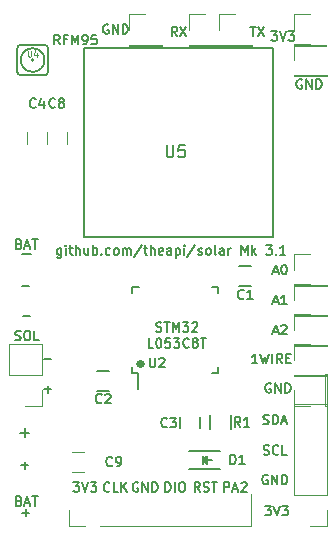
<source format=gto>
G04 #@! TF.FileFunction,Legend,Top*
%FSLAX46Y46*%
G04 Gerber Fmt 4.6, Leading zero omitted, Abs format (unit mm)*
G04 Created by KiCad (PCBNEW 4.0.6) date Monday, 07 August 2017 'PMt' 13:26:33*
%MOMM*%
%LPD*%
G01*
G04 APERTURE LIST*
%ADD10C,0.101600*%
%ADD11C,0.150000*%
%ADD12C,0.500000*%
%ADD13C,0.120000*%
%ADD14C,0.100000*%
G04 APERTURE END LIST*
D10*
D11*
X136920238Y-94207143D02*
X137529762Y-94207143D01*
X137225000Y-94511905D02*
X137225000Y-93902381D01*
X157690477Y-91025000D02*
X157614286Y-90986905D01*
X157500001Y-90986905D01*
X157385715Y-91025000D01*
X157309524Y-91101190D01*
X157271429Y-91177381D01*
X157233334Y-91329762D01*
X157233334Y-91444048D01*
X157271429Y-91596429D01*
X157309524Y-91672619D01*
X157385715Y-91748810D01*
X157500001Y-91786905D01*
X157576191Y-91786905D01*
X157690477Y-91748810D01*
X157728572Y-91710714D01*
X157728572Y-91444048D01*
X157576191Y-91444048D01*
X158071429Y-91786905D02*
X158071429Y-90986905D01*
X158528572Y-91786905D01*
X158528572Y-90986905D01*
X158909524Y-91786905D02*
X158909524Y-90986905D01*
X159100000Y-90986905D01*
X159214286Y-91025000D01*
X159290477Y-91101190D01*
X159328572Y-91177381D01*
X159366667Y-91329762D01*
X159366667Y-91444048D01*
X159328572Y-91596429D01*
X159290477Y-91672619D01*
X159214286Y-91748810D01*
X159100000Y-91786905D01*
X158909524Y-91786905D01*
X157347619Y-89248810D02*
X157461905Y-89286905D01*
X157652381Y-89286905D01*
X157728571Y-89248810D01*
X157766667Y-89210714D01*
X157804762Y-89134524D01*
X157804762Y-89058333D01*
X157766667Y-88982143D01*
X157728571Y-88944048D01*
X157652381Y-88905952D01*
X157500000Y-88867857D01*
X157423809Y-88829762D01*
X157385714Y-88791667D01*
X157347619Y-88715476D01*
X157347619Y-88639286D01*
X157385714Y-88563095D01*
X157423809Y-88525000D01*
X157500000Y-88486905D01*
X157690476Y-88486905D01*
X157804762Y-88525000D01*
X158604762Y-89210714D02*
X158566667Y-89248810D01*
X158452381Y-89286905D01*
X158376191Y-89286905D01*
X158261905Y-89248810D01*
X158185714Y-89172619D01*
X158147619Y-89096429D01*
X158109524Y-88944048D01*
X158109524Y-88829762D01*
X158147619Y-88677381D01*
X158185714Y-88601190D01*
X158261905Y-88525000D01*
X158376191Y-88486905D01*
X158452381Y-88486905D01*
X158566667Y-88525000D01*
X158604762Y-88563095D01*
X159328572Y-89286905D02*
X158947619Y-89286905D01*
X158947619Y-88486905D01*
X157328572Y-86673810D02*
X157442858Y-86711905D01*
X157633334Y-86711905D01*
X157709524Y-86673810D01*
X157747620Y-86635714D01*
X157785715Y-86559524D01*
X157785715Y-86483333D01*
X157747620Y-86407143D01*
X157709524Y-86369048D01*
X157633334Y-86330952D01*
X157480953Y-86292857D01*
X157404762Y-86254762D01*
X157366667Y-86216667D01*
X157328572Y-86140476D01*
X157328572Y-86064286D01*
X157366667Y-85988095D01*
X157404762Y-85950000D01*
X157480953Y-85911905D01*
X157671429Y-85911905D01*
X157785715Y-85950000D01*
X158128572Y-86711905D02*
X158128572Y-85911905D01*
X158319048Y-85911905D01*
X158433334Y-85950000D01*
X158509525Y-86026190D01*
X158547620Y-86102381D01*
X158585715Y-86254762D01*
X158585715Y-86369048D01*
X158547620Y-86521429D01*
X158509525Y-86597619D01*
X158433334Y-86673810D01*
X158319048Y-86711905D01*
X158128572Y-86711905D01*
X158890477Y-86483333D02*
X159271429Y-86483333D01*
X158814286Y-86711905D02*
X159080953Y-85911905D01*
X159347620Y-86711905D01*
X158009524Y-53461905D02*
X158504762Y-53461905D01*
X158238095Y-53766667D01*
X158352381Y-53766667D01*
X158428571Y-53804762D01*
X158466667Y-53842857D01*
X158504762Y-53919048D01*
X158504762Y-54109524D01*
X158466667Y-54185714D01*
X158428571Y-54223810D01*
X158352381Y-54261905D01*
X158123809Y-54261905D01*
X158047619Y-54223810D01*
X158009524Y-54185714D01*
X158733333Y-53461905D02*
X159000000Y-54261905D01*
X159266667Y-53461905D01*
X159457143Y-53461905D02*
X159952381Y-53461905D01*
X159685714Y-53766667D01*
X159800000Y-53766667D01*
X159876190Y-53804762D01*
X159914286Y-53842857D01*
X159952381Y-53919048D01*
X159952381Y-54109524D01*
X159914286Y-54185714D01*
X159876190Y-54223810D01*
X159800000Y-54261905D01*
X159571428Y-54261905D01*
X159495238Y-54223810D01*
X159457143Y-54185714D01*
X144190477Y-52900000D02*
X144114286Y-52861905D01*
X144000001Y-52861905D01*
X143885715Y-52900000D01*
X143809524Y-52976190D01*
X143771429Y-53052381D01*
X143733334Y-53204762D01*
X143733334Y-53319048D01*
X143771429Y-53471429D01*
X143809524Y-53547619D01*
X143885715Y-53623810D01*
X144000001Y-53661905D01*
X144076191Y-53661905D01*
X144190477Y-53623810D01*
X144228572Y-53585714D01*
X144228572Y-53319048D01*
X144076191Y-53319048D01*
X144571429Y-53661905D02*
X144571429Y-52861905D01*
X145028572Y-53661905D01*
X145028572Y-52861905D01*
X145409524Y-53661905D02*
X145409524Y-52861905D01*
X145600000Y-52861905D01*
X145714286Y-52900000D01*
X145790477Y-52976190D01*
X145828572Y-53052381D01*
X145866667Y-53204762D01*
X145866667Y-53319048D01*
X145828572Y-53471429D01*
X145790477Y-53547619D01*
X145714286Y-53623810D01*
X145600000Y-53661905D01*
X145409524Y-53661905D01*
X140085714Y-54561905D02*
X139819047Y-54180952D01*
X139628571Y-54561905D02*
X139628571Y-53761905D01*
X139933333Y-53761905D01*
X140009524Y-53800000D01*
X140047619Y-53838095D01*
X140085714Y-53914286D01*
X140085714Y-54028571D01*
X140047619Y-54104762D01*
X140009524Y-54142857D01*
X139933333Y-54180952D01*
X139628571Y-54180952D01*
X140695238Y-54142857D02*
X140428571Y-54142857D01*
X140428571Y-54561905D02*
X140428571Y-53761905D01*
X140809524Y-53761905D01*
X141114285Y-54561905D02*
X141114285Y-53761905D01*
X141380952Y-54333333D01*
X141647619Y-53761905D01*
X141647619Y-54561905D01*
X142066666Y-54561905D02*
X142219047Y-54561905D01*
X142295238Y-54523810D01*
X142333333Y-54485714D01*
X142409524Y-54371429D01*
X142447619Y-54219048D01*
X142447619Y-53914286D01*
X142409524Y-53838095D01*
X142371428Y-53800000D01*
X142295238Y-53761905D01*
X142142857Y-53761905D01*
X142066666Y-53800000D01*
X142028571Y-53838095D01*
X141990476Y-53914286D01*
X141990476Y-54104762D01*
X142028571Y-54180952D01*
X142066666Y-54219048D01*
X142142857Y-54257143D01*
X142295238Y-54257143D01*
X142371428Y-54219048D01*
X142409524Y-54180952D01*
X142447619Y-54104762D01*
X143171429Y-53761905D02*
X142790476Y-53761905D01*
X142752381Y-54142857D01*
X142790476Y-54104762D01*
X142866667Y-54066667D01*
X143057143Y-54066667D01*
X143133333Y-54104762D01*
X143171429Y-54142857D01*
X143209524Y-54219048D01*
X143209524Y-54409524D01*
X143171429Y-54485714D01*
X143133333Y-54523810D01*
X143057143Y-54561905D01*
X142866667Y-54561905D01*
X142790476Y-54523810D01*
X142752381Y-54485714D01*
X156819048Y-81561905D02*
X156361905Y-81561905D01*
X156590476Y-81561905D02*
X156590476Y-80761905D01*
X156514286Y-80876190D01*
X156438095Y-80952381D01*
X156361905Y-80990476D01*
X157085715Y-80761905D02*
X157276191Y-81561905D01*
X157428572Y-80990476D01*
X157580953Y-81561905D01*
X157771429Y-80761905D01*
X158076191Y-81561905D02*
X158076191Y-80761905D01*
X158914286Y-81561905D02*
X158647619Y-81180952D01*
X158457143Y-81561905D02*
X158457143Y-80761905D01*
X158761905Y-80761905D01*
X158838096Y-80800000D01*
X158876191Y-80838095D01*
X158914286Y-80914286D01*
X158914286Y-81028571D01*
X158876191Y-81104762D01*
X158838096Y-81142857D01*
X158761905Y-81180952D01*
X158457143Y-81180952D01*
X159257143Y-81142857D02*
X159523810Y-81142857D01*
X159638096Y-81561905D02*
X159257143Y-81561905D01*
X159257143Y-80761905D01*
X159638096Y-80761905D01*
X148247619Y-78848810D02*
X148361905Y-78886905D01*
X148552381Y-78886905D01*
X148628571Y-78848810D01*
X148666667Y-78810714D01*
X148704762Y-78734524D01*
X148704762Y-78658333D01*
X148666667Y-78582143D01*
X148628571Y-78544048D01*
X148552381Y-78505952D01*
X148400000Y-78467857D01*
X148323809Y-78429762D01*
X148285714Y-78391667D01*
X148247619Y-78315476D01*
X148247619Y-78239286D01*
X148285714Y-78163095D01*
X148323809Y-78125000D01*
X148400000Y-78086905D01*
X148590476Y-78086905D01*
X148704762Y-78125000D01*
X148933333Y-78086905D02*
X149390476Y-78086905D01*
X149161905Y-78886905D02*
X149161905Y-78086905D01*
X149657143Y-78886905D02*
X149657143Y-78086905D01*
X149923810Y-78658333D01*
X150190477Y-78086905D01*
X150190477Y-78886905D01*
X150495239Y-78086905D02*
X150990477Y-78086905D01*
X150723810Y-78391667D01*
X150838096Y-78391667D01*
X150914286Y-78429762D01*
X150952382Y-78467857D01*
X150990477Y-78544048D01*
X150990477Y-78734524D01*
X150952382Y-78810714D01*
X150914286Y-78848810D01*
X150838096Y-78886905D01*
X150609524Y-78886905D01*
X150533334Y-78848810D01*
X150495239Y-78810714D01*
X151295239Y-78163095D02*
X151333334Y-78125000D01*
X151409525Y-78086905D01*
X151600001Y-78086905D01*
X151676191Y-78125000D01*
X151714287Y-78163095D01*
X151752382Y-78239286D01*
X151752382Y-78315476D01*
X151714287Y-78429762D01*
X151257144Y-78886905D01*
X151752382Y-78886905D01*
X148019048Y-80236905D02*
X147638095Y-80236905D01*
X147638095Y-79436905D01*
X148438095Y-79436905D02*
X148514286Y-79436905D01*
X148590476Y-79475000D01*
X148628571Y-79513095D01*
X148666667Y-79589286D01*
X148704762Y-79741667D01*
X148704762Y-79932143D01*
X148666667Y-80084524D01*
X148628571Y-80160714D01*
X148590476Y-80198810D01*
X148514286Y-80236905D01*
X148438095Y-80236905D01*
X148361905Y-80198810D01*
X148323809Y-80160714D01*
X148285714Y-80084524D01*
X148247619Y-79932143D01*
X148247619Y-79741667D01*
X148285714Y-79589286D01*
X148323809Y-79513095D01*
X148361905Y-79475000D01*
X148438095Y-79436905D01*
X149428572Y-79436905D02*
X149047619Y-79436905D01*
X149009524Y-79817857D01*
X149047619Y-79779762D01*
X149123810Y-79741667D01*
X149314286Y-79741667D01*
X149390476Y-79779762D01*
X149428572Y-79817857D01*
X149466667Y-79894048D01*
X149466667Y-80084524D01*
X149428572Y-80160714D01*
X149390476Y-80198810D01*
X149314286Y-80236905D01*
X149123810Y-80236905D01*
X149047619Y-80198810D01*
X149009524Y-80160714D01*
X149733334Y-79436905D02*
X150228572Y-79436905D01*
X149961905Y-79741667D01*
X150076191Y-79741667D01*
X150152381Y-79779762D01*
X150190477Y-79817857D01*
X150228572Y-79894048D01*
X150228572Y-80084524D01*
X150190477Y-80160714D01*
X150152381Y-80198810D01*
X150076191Y-80236905D01*
X149847619Y-80236905D01*
X149771429Y-80198810D01*
X149733334Y-80160714D01*
X151028572Y-80160714D02*
X150990477Y-80198810D01*
X150876191Y-80236905D01*
X150800001Y-80236905D01*
X150685715Y-80198810D01*
X150609524Y-80122619D01*
X150571429Y-80046429D01*
X150533334Y-79894048D01*
X150533334Y-79779762D01*
X150571429Y-79627381D01*
X150609524Y-79551190D01*
X150685715Y-79475000D01*
X150800001Y-79436905D01*
X150876191Y-79436905D01*
X150990477Y-79475000D01*
X151028572Y-79513095D01*
X151485715Y-79779762D02*
X151409524Y-79741667D01*
X151371429Y-79703571D01*
X151333334Y-79627381D01*
X151333334Y-79589286D01*
X151371429Y-79513095D01*
X151409524Y-79475000D01*
X151485715Y-79436905D01*
X151638096Y-79436905D01*
X151714286Y-79475000D01*
X151752382Y-79513095D01*
X151790477Y-79589286D01*
X151790477Y-79627381D01*
X151752382Y-79703571D01*
X151714286Y-79741667D01*
X151638096Y-79779762D01*
X151485715Y-79779762D01*
X151409524Y-79817857D01*
X151371429Y-79855952D01*
X151333334Y-79932143D01*
X151333334Y-80084524D01*
X151371429Y-80160714D01*
X151409524Y-80198810D01*
X151485715Y-80236905D01*
X151638096Y-80236905D01*
X151714286Y-80198810D01*
X151752382Y-80160714D01*
X151790477Y-80084524D01*
X151790477Y-79932143D01*
X151752382Y-79855952D01*
X151714286Y-79817857D01*
X151638096Y-79779762D01*
X152019048Y-79436905D02*
X152476191Y-79436905D01*
X152247620Y-80236905D02*
X152247620Y-79436905D01*
X156240476Y-53061905D02*
X156697619Y-53061905D01*
X156469048Y-53861905D02*
X156469048Y-53061905D01*
X156888096Y-53061905D02*
X157421429Y-53861905D01*
X157421429Y-53061905D02*
X156888096Y-53861905D01*
X150016667Y-53861905D02*
X149750000Y-53480952D01*
X149559524Y-53861905D02*
X149559524Y-53061905D01*
X149864286Y-53061905D01*
X149940477Y-53100000D01*
X149978572Y-53138095D01*
X150016667Y-53214286D01*
X150016667Y-53328571D01*
X149978572Y-53404762D01*
X149940477Y-53442857D01*
X149864286Y-53480952D01*
X149559524Y-53480952D01*
X150283334Y-53061905D02*
X150816667Y-53861905D01*
X150816667Y-53061905D02*
X150283334Y-53861905D01*
X136945238Y-77557143D02*
X137554762Y-77557143D01*
X136659524Y-93192857D02*
X136773810Y-93230952D01*
X136811905Y-93269048D01*
X136850000Y-93345238D01*
X136850000Y-93459524D01*
X136811905Y-93535714D01*
X136773810Y-93573810D01*
X136697619Y-93611905D01*
X136392857Y-93611905D01*
X136392857Y-92811905D01*
X136659524Y-92811905D01*
X136735714Y-92850000D01*
X136773810Y-92888095D01*
X136811905Y-92964286D01*
X136811905Y-93040476D01*
X136773810Y-93116667D01*
X136735714Y-93154762D01*
X136659524Y-93192857D01*
X136392857Y-93192857D01*
X137154762Y-93383333D02*
X137535714Y-93383333D01*
X137078571Y-93611905D02*
X137345238Y-92811905D01*
X137611905Y-93611905D01*
X137764285Y-92811905D02*
X138221428Y-92811905D01*
X137992857Y-93611905D02*
X137992857Y-92811905D01*
X136659524Y-71442857D02*
X136773810Y-71480952D01*
X136811905Y-71519048D01*
X136850000Y-71595238D01*
X136850000Y-71709524D01*
X136811905Y-71785714D01*
X136773810Y-71823810D01*
X136697619Y-71861905D01*
X136392857Y-71861905D01*
X136392857Y-71061905D01*
X136659524Y-71061905D01*
X136735714Y-71100000D01*
X136773810Y-71138095D01*
X136811905Y-71214286D01*
X136811905Y-71290476D01*
X136773810Y-71366667D01*
X136735714Y-71404762D01*
X136659524Y-71442857D01*
X136392857Y-71442857D01*
X137154762Y-71633333D02*
X137535714Y-71633333D01*
X137078571Y-71861905D02*
X137345238Y-71061905D01*
X137611905Y-71861905D01*
X137764285Y-71061905D02*
X138221428Y-71061905D01*
X137992857Y-71861905D02*
X137992857Y-71061905D01*
X157459524Y-93636905D02*
X157954762Y-93636905D01*
X157688095Y-93941667D01*
X157802381Y-93941667D01*
X157878571Y-93979762D01*
X157916667Y-94017857D01*
X157954762Y-94094048D01*
X157954762Y-94284524D01*
X157916667Y-94360714D01*
X157878571Y-94398810D01*
X157802381Y-94436905D01*
X157573809Y-94436905D01*
X157497619Y-94398810D01*
X157459524Y-94360714D01*
X158183333Y-93636905D02*
X158450000Y-94436905D01*
X158716667Y-93636905D01*
X158907143Y-93636905D02*
X159402381Y-93636905D01*
X159135714Y-93941667D01*
X159250000Y-93941667D01*
X159326190Y-93979762D01*
X159364286Y-94017857D01*
X159402381Y-94094048D01*
X159402381Y-94284524D01*
X159364286Y-94360714D01*
X159326190Y-94398810D01*
X159250000Y-94436905D01*
X159021428Y-94436905D01*
X158945238Y-94398810D01*
X158907143Y-94360714D01*
X157965477Y-83275000D02*
X157889286Y-83236905D01*
X157775001Y-83236905D01*
X157660715Y-83275000D01*
X157584524Y-83351190D01*
X157546429Y-83427381D01*
X157508334Y-83579762D01*
X157508334Y-83694048D01*
X157546429Y-83846429D01*
X157584524Y-83922619D01*
X157660715Y-83998810D01*
X157775001Y-84036905D01*
X157851191Y-84036905D01*
X157965477Y-83998810D01*
X158003572Y-83960714D01*
X158003572Y-83694048D01*
X157851191Y-83694048D01*
X158346429Y-84036905D02*
X158346429Y-83236905D01*
X158803572Y-84036905D01*
X158803572Y-83236905D01*
X159184524Y-84036905D02*
X159184524Y-83236905D01*
X159375000Y-83236905D01*
X159489286Y-83275000D01*
X159565477Y-83351190D01*
X159603572Y-83427381D01*
X159641667Y-83579762D01*
X159641667Y-83694048D01*
X159603572Y-83846429D01*
X159565477Y-83922619D01*
X159489286Y-83998810D01*
X159375000Y-84036905D01*
X159184524Y-84036905D01*
X136820238Y-90182143D02*
X137429762Y-90182143D01*
X137125000Y-90486905D02*
X137125000Y-89877381D01*
X136895238Y-74982143D02*
X137504762Y-74982143D01*
D12*
X146939000Y-81708714D02*
X146843761Y-81613476D01*
X146939000Y-81518238D01*
X147034238Y-81613476D01*
X146939000Y-81708714D01*
X146939000Y-81518238D01*
D11*
X139369762Y-81222857D02*
X138760238Y-81222857D01*
X160590477Y-57550000D02*
X160514286Y-57511905D01*
X160400001Y-57511905D01*
X160285715Y-57550000D01*
X160209524Y-57626190D01*
X160171429Y-57702381D01*
X160133334Y-57854762D01*
X160133334Y-57969048D01*
X160171429Y-58121429D01*
X160209524Y-58197619D01*
X160285715Y-58273810D01*
X160400001Y-58311905D01*
X160476191Y-58311905D01*
X160590477Y-58273810D01*
X160628572Y-58235714D01*
X160628572Y-57969048D01*
X160476191Y-57969048D01*
X160971429Y-58311905D02*
X160971429Y-57511905D01*
X161428572Y-58311905D01*
X161428572Y-57511905D01*
X161809524Y-58311905D02*
X161809524Y-57511905D01*
X162000000Y-57511905D01*
X162114286Y-57550000D01*
X162190477Y-57626190D01*
X162228572Y-57702381D01*
X162266667Y-57854762D01*
X162266667Y-57969048D01*
X162228572Y-58121429D01*
X162190477Y-58197619D01*
X162114286Y-58273810D01*
X162000000Y-58311905D01*
X161809524Y-58311905D01*
X136315572Y-79571810D02*
X136429858Y-79609905D01*
X136620334Y-79609905D01*
X136696524Y-79571810D01*
X136734620Y-79533714D01*
X136772715Y-79457524D01*
X136772715Y-79381333D01*
X136734620Y-79305143D01*
X136696524Y-79267048D01*
X136620334Y-79228952D01*
X136467953Y-79190857D01*
X136391762Y-79152762D01*
X136353667Y-79114667D01*
X136315572Y-79038476D01*
X136315572Y-78962286D01*
X136353667Y-78886095D01*
X136391762Y-78848000D01*
X136467953Y-78809905D01*
X136658429Y-78809905D01*
X136772715Y-78848000D01*
X137267953Y-78809905D02*
X137420334Y-78809905D01*
X137496525Y-78848000D01*
X137572715Y-78924190D01*
X137610810Y-79076571D01*
X137610810Y-79343238D01*
X137572715Y-79495619D01*
X137496525Y-79571810D01*
X137420334Y-79609905D01*
X137267953Y-79609905D01*
X137191763Y-79571810D01*
X137115572Y-79495619D01*
X137077477Y-79343238D01*
X137077477Y-79076571D01*
X137115572Y-78924190D01*
X137191763Y-78848000D01*
X137267953Y-78809905D01*
X138334620Y-79609905D02*
X137953667Y-79609905D01*
X137953667Y-78809905D01*
X139369762Y-83762857D02*
X138760238Y-83762857D01*
X139065000Y-83458095D02*
X139065000Y-84067619D01*
X140233333Y-71828571D02*
X140233333Y-72476190D01*
X140195238Y-72552381D01*
X140157143Y-72590476D01*
X140080952Y-72628571D01*
X139966667Y-72628571D01*
X139890476Y-72590476D01*
X140233333Y-72323810D02*
X140157143Y-72361905D01*
X140004762Y-72361905D01*
X139928571Y-72323810D01*
X139890476Y-72285714D01*
X139852381Y-72209524D01*
X139852381Y-71980952D01*
X139890476Y-71904762D01*
X139928571Y-71866667D01*
X140004762Y-71828571D01*
X140157143Y-71828571D01*
X140233333Y-71866667D01*
X140614286Y-72361905D02*
X140614286Y-71828571D01*
X140614286Y-71561905D02*
X140576191Y-71600000D01*
X140614286Y-71638095D01*
X140652381Y-71600000D01*
X140614286Y-71561905D01*
X140614286Y-71638095D01*
X140880952Y-71828571D02*
X141185714Y-71828571D01*
X140995238Y-71561905D02*
X140995238Y-72247619D01*
X141033333Y-72323810D01*
X141109524Y-72361905D01*
X141185714Y-72361905D01*
X141452381Y-72361905D02*
X141452381Y-71561905D01*
X141795238Y-72361905D02*
X141795238Y-71942857D01*
X141757143Y-71866667D01*
X141680953Y-71828571D01*
X141566667Y-71828571D01*
X141490476Y-71866667D01*
X141452381Y-71904762D01*
X142519048Y-71828571D02*
X142519048Y-72361905D01*
X142176191Y-71828571D02*
X142176191Y-72247619D01*
X142214286Y-72323810D01*
X142290477Y-72361905D01*
X142404763Y-72361905D01*
X142480953Y-72323810D01*
X142519048Y-72285714D01*
X142900001Y-72361905D02*
X142900001Y-71561905D01*
X142900001Y-71866667D02*
X142976192Y-71828571D01*
X143128573Y-71828571D01*
X143204763Y-71866667D01*
X143242858Y-71904762D01*
X143280954Y-71980952D01*
X143280954Y-72209524D01*
X143242858Y-72285714D01*
X143204763Y-72323810D01*
X143128573Y-72361905D01*
X142976192Y-72361905D01*
X142900001Y-72323810D01*
X143623811Y-72285714D02*
X143661906Y-72323810D01*
X143623811Y-72361905D01*
X143585716Y-72323810D01*
X143623811Y-72285714D01*
X143623811Y-72361905D01*
X144347620Y-72323810D02*
X144271430Y-72361905D01*
X144119049Y-72361905D01*
X144042858Y-72323810D01*
X144004763Y-72285714D01*
X143966668Y-72209524D01*
X143966668Y-71980952D01*
X144004763Y-71904762D01*
X144042858Y-71866667D01*
X144119049Y-71828571D01*
X144271430Y-71828571D01*
X144347620Y-71866667D01*
X144804763Y-72361905D02*
X144728572Y-72323810D01*
X144690477Y-72285714D01*
X144652382Y-72209524D01*
X144652382Y-71980952D01*
X144690477Y-71904762D01*
X144728572Y-71866667D01*
X144804763Y-71828571D01*
X144919049Y-71828571D01*
X144995239Y-71866667D01*
X145033334Y-71904762D01*
X145071430Y-71980952D01*
X145071430Y-72209524D01*
X145033334Y-72285714D01*
X144995239Y-72323810D01*
X144919049Y-72361905D01*
X144804763Y-72361905D01*
X145414287Y-72361905D02*
X145414287Y-71828571D01*
X145414287Y-71904762D02*
X145452382Y-71866667D01*
X145528573Y-71828571D01*
X145642859Y-71828571D01*
X145719049Y-71866667D01*
X145757144Y-71942857D01*
X145757144Y-72361905D01*
X145757144Y-71942857D02*
X145795240Y-71866667D01*
X145871430Y-71828571D01*
X145985716Y-71828571D01*
X146061906Y-71866667D01*
X146100001Y-71942857D01*
X146100001Y-72361905D01*
X147052383Y-71523810D02*
X146366668Y-72552381D01*
X147204763Y-71828571D02*
X147509525Y-71828571D01*
X147319049Y-71561905D02*
X147319049Y-72247619D01*
X147357144Y-72323810D01*
X147433335Y-72361905D01*
X147509525Y-72361905D01*
X147776192Y-72361905D02*
X147776192Y-71561905D01*
X148119049Y-72361905D02*
X148119049Y-71942857D01*
X148080954Y-71866667D01*
X148004764Y-71828571D01*
X147890478Y-71828571D01*
X147814287Y-71866667D01*
X147776192Y-71904762D01*
X148804764Y-72323810D02*
X148728574Y-72361905D01*
X148576193Y-72361905D01*
X148500002Y-72323810D01*
X148461907Y-72247619D01*
X148461907Y-71942857D01*
X148500002Y-71866667D01*
X148576193Y-71828571D01*
X148728574Y-71828571D01*
X148804764Y-71866667D01*
X148842859Y-71942857D01*
X148842859Y-72019048D01*
X148461907Y-72095238D01*
X149528573Y-72361905D02*
X149528573Y-71942857D01*
X149490478Y-71866667D01*
X149414288Y-71828571D01*
X149261907Y-71828571D01*
X149185716Y-71866667D01*
X149528573Y-72323810D02*
X149452383Y-72361905D01*
X149261907Y-72361905D01*
X149185716Y-72323810D01*
X149147621Y-72247619D01*
X149147621Y-72171429D01*
X149185716Y-72095238D01*
X149261907Y-72057143D01*
X149452383Y-72057143D01*
X149528573Y-72019048D01*
X149909526Y-71828571D02*
X149909526Y-72628571D01*
X149909526Y-71866667D02*
X149985717Y-71828571D01*
X150138098Y-71828571D01*
X150214288Y-71866667D01*
X150252383Y-71904762D01*
X150290479Y-71980952D01*
X150290479Y-72209524D01*
X150252383Y-72285714D01*
X150214288Y-72323810D01*
X150138098Y-72361905D01*
X149985717Y-72361905D01*
X149909526Y-72323810D01*
X150633336Y-72361905D02*
X150633336Y-71828571D01*
X150633336Y-71561905D02*
X150595241Y-71600000D01*
X150633336Y-71638095D01*
X150671431Y-71600000D01*
X150633336Y-71561905D01*
X150633336Y-71638095D01*
X151585717Y-71523810D02*
X150900002Y-72552381D01*
X151814288Y-72323810D02*
X151890478Y-72361905D01*
X152042859Y-72361905D01*
X152119050Y-72323810D01*
X152157145Y-72247619D01*
X152157145Y-72209524D01*
X152119050Y-72133333D01*
X152042859Y-72095238D01*
X151928574Y-72095238D01*
X151852383Y-72057143D01*
X151814288Y-71980952D01*
X151814288Y-71942857D01*
X151852383Y-71866667D01*
X151928574Y-71828571D01*
X152042859Y-71828571D01*
X152119050Y-71866667D01*
X152614288Y-72361905D02*
X152538097Y-72323810D01*
X152500002Y-72285714D01*
X152461907Y-72209524D01*
X152461907Y-71980952D01*
X152500002Y-71904762D01*
X152538097Y-71866667D01*
X152614288Y-71828571D01*
X152728574Y-71828571D01*
X152804764Y-71866667D01*
X152842859Y-71904762D01*
X152880955Y-71980952D01*
X152880955Y-72209524D01*
X152842859Y-72285714D01*
X152804764Y-72323810D01*
X152728574Y-72361905D01*
X152614288Y-72361905D01*
X153338098Y-72361905D02*
X153261907Y-72323810D01*
X153223812Y-72247619D01*
X153223812Y-71561905D01*
X153985717Y-72361905D02*
X153985717Y-71942857D01*
X153947622Y-71866667D01*
X153871432Y-71828571D01*
X153719051Y-71828571D01*
X153642860Y-71866667D01*
X153985717Y-72323810D02*
X153909527Y-72361905D01*
X153719051Y-72361905D01*
X153642860Y-72323810D01*
X153604765Y-72247619D01*
X153604765Y-72171429D01*
X153642860Y-72095238D01*
X153719051Y-72057143D01*
X153909527Y-72057143D01*
X153985717Y-72019048D01*
X154366670Y-72361905D02*
X154366670Y-71828571D01*
X154366670Y-71980952D02*
X154404765Y-71904762D01*
X154442861Y-71866667D01*
X154519051Y-71828571D01*
X154595242Y-71828571D01*
X155471432Y-72361905D02*
X155471432Y-71561905D01*
X155738099Y-72133333D01*
X156004766Y-71561905D01*
X156004766Y-72361905D01*
X156385718Y-72361905D02*
X156385718Y-71561905D01*
X156461909Y-72057143D02*
X156690480Y-72361905D01*
X156690480Y-71828571D02*
X156385718Y-72133333D01*
X157566671Y-71561905D02*
X158061909Y-71561905D01*
X157795242Y-71866667D01*
X157909528Y-71866667D01*
X157985718Y-71904762D01*
X158023814Y-71942857D01*
X158061909Y-72019048D01*
X158061909Y-72209524D01*
X158023814Y-72285714D01*
X157985718Y-72323810D01*
X157909528Y-72361905D01*
X157680956Y-72361905D01*
X157604766Y-72323810D01*
X157566671Y-72285714D01*
X158404766Y-72285714D02*
X158442861Y-72323810D01*
X158404766Y-72361905D01*
X158366671Y-72323810D01*
X158404766Y-72285714D01*
X158404766Y-72361905D01*
X159204766Y-72361905D02*
X158747623Y-72361905D01*
X158976194Y-72361905D02*
X158976194Y-71561905D01*
X158900004Y-71676190D01*
X158823813Y-71752381D01*
X158747623Y-71790476D01*
X141249524Y-91636905D02*
X141744762Y-91636905D01*
X141478095Y-91941667D01*
X141592381Y-91941667D01*
X141668571Y-91979762D01*
X141706667Y-92017857D01*
X141744762Y-92094048D01*
X141744762Y-92284524D01*
X141706667Y-92360714D01*
X141668571Y-92398810D01*
X141592381Y-92436905D01*
X141363809Y-92436905D01*
X141287619Y-92398810D01*
X141249524Y-92360714D01*
X141973333Y-91636905D02*
X142240000Y-92436905D01*
X142506667Y-91636905D01*
X142697143Y-91636905D02*
X143192381Y-91636905D01*
X142925714Y-91941667D01*
X143040000Y-91941667D01*
X143116190Y-91979762D01*
X143154286Y-92017857D01*
X143192381Y-92094048D01*
X143192381Y-92284524D01*
X143154286Y-92360714D01*
X143116190Y-92398810D01*
X143040000Y-92436905D01*
X142811428Y-92436905D01*
X142735238Y-92398810D01*
X142697143Y-92360714D01*
X146710477Y-91675000D02*
X146634286Y-91636905D01*
X146520001Y-91636905D01*
X146405715Y-91675000D01*
X146329524Y-91751190D01*
X146291429Y-91827381D01*
X146253334Y-91979762D01*
X146253334Y-92094048D01*
X146291429Y-92246429D01*
X146329524Y-92322619D01*
X146405715Y-92398810D01*
X146520001Y-92436905D01*
X146596191Y-92436905D01*
X146710477Y-92398810D01*
X146748572Y-92360714D01*
X146748572Y-92094048D01*
X146596191Y-92094048D01*
X147091429Y-92436905D02*
X147091429Y-91636905D01*
X147548572Y-92436905D01*
X147548572Y-91636905D01*
X147929524Y-92436905D02*
X147929524Y-91636905D01*
X148120000Y-91636905D01*
X148234286Y-91675000D01*
X148310477Y-91751190D01*
X148348572Y-91827381D01*
X148386667Y-91979762D01*
X148386667Y-92094048D01*
X148348572Y-92246429D01*
X148310477Y-92322619D01*
X148234286Y-92398810D01*
X148120000Y-92436905D01*
X147929524Y-92436905D01*
X144303810Y-92360714D02*
X144265715Y-92398810D01*
X144151429Y-92436905D01*
X144075239Y-92436905D01*
X143960953Y-92398810D01*
X143884762Y-92322619D01*
X143846667Y-92246429D01*
X143808572Y-92094048D01*
X143808572Y-91979762D01*
X143846667Y-91827381D01*
X143884762Y-91751190D01*
X143960953Y-91675000D01*
X144075239Y-91636905D01*
X144151429Y-91636905D01*
X144265715Y-91675000D01*
X144303810Y-91713095D01*
X145027620Y-92436905D02*
X144646667Y-92436905D01*
X144646667Y-91636905D01*
X145294286Y-92436905D02*
X145294286Y-91636905D01*
X145751429Y-92436905D02*
X145408572Y-91979762D01*
X145751429Y-91636905D02*
X145294286Y-92094048D01*
X149040953Y-92436905D02*
X149040953Y-91636905D01*
X149231429Y-91636905D01*
X149345715Y-91675000D01*
X149421906Y-91751190D01*
X149460001Y-91827381D01*
X149498096Y-91979762D01*
X149498096Y-92094048D01*
X149460001Y-92246429D01*
X149421906Y-92322619D01*
X149345715Y-92398810D01*
X149231429Y-92436905D01*
X149040953Y-92436905D01*
X149840953Y-92436905D02*
X149840953Y-91636905D01*
X150374286Y-91636905D02*
X150526667Y-91636905D01*
X150602858Y-91675000D01*
X150679048Y-91751190D01*
X150717143Y-91903571D01*
X150717143Y-92170238D01*
X150679048Y-92322619D01*
X150602858Y-92398810D01*
X150526667Y-92436905D01*
X150374286Y-92436905D01*
X150298096Y-92398810D01*
X150221905Y-92322619D01*
X150183810Y-92170238D01*
X150183810Y-91903571D01*
X150221905Y-91751190D01*
X150298096Y-91675000D01*
X150374286Y-91636905D01*
X151961905Y-92436905D02*
X151695238Y-92055952D01*
X151504762Y-92436905D02*
X151504762Y-91636905D01*
X151809524Y-91636905D01*
X151885715Y-91675000D01*
X151923810Y-91713095D01*
X151961905Y-91789286D01*
X151961905Y-91903571D01*
X151923810Y-91979762D01*
X151885715Y-92017857D01*
X151809524Y-92055952D01*
X151504762Y-92055952D01*
X152266667Y-92398810D02*
X152380953Y-92436905D01*
X152571429Y-92436905D01*
X152647619Y-92398810D01*
X152685715Y-92360714D01*
X152723810Y-92284524D01*
X152723810Y-92208333D01*
X152685715Y-92132143D01*
X152647619Y-92094048D01*
X152571429Y-92055952D01*
X152419048Y-92017857D01*
X152342857Y-91979762D01*
X152304762Y-91941667D01*
X152266667Y-91865476D01*
X152266667Y-91789286D01*
X152304762Y-91713095D01*
X152342857Y-91675000D01*
X152419048Y-91636905D01*
X152609524Y-91636905D01*
X152723810Y-91675000D01*
X152952381Y-91636905D02*
X153409524Y-91636905D01*
X153180953Y-92436905D02*
X153180953Y-91636905D01*
X154006667Y-92436905D02*
X154006667Y-91636905D01*
X154311429Y-91636905D01*
X154387620Y-91675000D01*
X154425715Y-91713095D01*
X154463810Y-91789286D01*
X154463810Y-91903571D01*
X154425715Y-91979762D01*
X154387620Y-92017857D01*
X154311429Y-92055952D01*
X154006667Y-92055952D01*
X154768572Y-92208333D02*
X155149524Y-92208333D01*
X154692381Y-92436905D02*
X154959048Y-91636905D01*
X155225715Y-92436905D01*
X155454286Y-91713095D02*
X155492381Y-91675000D01*
X155568572Y-91636905D01*
X155759048Y-91636905D01*
X155835238Y-91675000D01*
X155873334Y-91713095D01*
X155911429Y-91789286D01*
X155911429Y-91865476D01*
X155873334Y-91979762D01*
X155416191Y-92436905D01*
X155911429Y-92436905D01*
X146235000Y-82365000D02*
X146685000Y-82365000D01*
X146235000Y-75115000D02*
X146760000Y-75115000D01*
X153485000Y-75115000D02*
X152960000Y-75115000D01*
X153485000Y-82365000D02*
X152960000Y-82365000D01*
X146235000Y-82365000D02*
X146235000Y-81840000D01*
X153485000Y-82365000D02*
X153485000Y-81840000D01*
X153485000Y-75115000D02*
X153485000Y-75640000D01*
X146235000Y-75115000D02*
X146235000Y-75640000D01*
X146685000Y-82365000D02*
X146685000Y-83740000D01*
D13*
X143510000Y-95310000D02*
X156270000Y-95310000D01*
X156270000Y-95310000D02*
X156270000Y-92650000D01*
X142240000Y-95310000D02*
X140910000Y-95310000D01*
X140910000Y-95310000D02*
X140910000Y-93980000D01*
D11*
X158115000Y-70850000D02*
X158115000Y-54850000D01*
X158115000Y-54850000D02*
X142115000Y-54850000D01*
X142115000Y-54850000D02*
X142115000Y-70850000D01*
X142115000Y-70850000D02*
X158115000Y-70850000D01*
X156300000Y-73350000D02*
X155300000Y-73350000D01*
X155300000Y-75050000D02*
X156300000Y-75050000D01*
X143264000Y-83908000D02*
X144264000Y-83908000D01*
X144264000Y-82208000D02*
X143264000Y-82208000D01*
X151950000Y-87075000D02*
X151950000Y-86075000D01*
X150250000Y-86075000D02*
X150250000Y-87075000D01*
X152850000Y-87125000D02*
X152850000Y-85925000D01*
X154600000Y-85925000D02*
X154600000Y-87125000D01*
X151000000Y-90500000D02*
X153700000Y-90500000D01*
X151000000Y-89000000D02*
X153700000Y-89000000D01*
X152500000Y-89900000D02*
X152500000Y-89650000D01*
X152500000Y-89650000D02*
X152350000Y-89800000D01*
X152250000Y-89400000D02*
X152250000Y-90100000D01*
X152600000Y-89750000D02*
X152950000Y-89750000D01*
X152250000Y-89750000D02*
X152600000Y-89400000D01*
X152600000Y-89400000D02*
X152600000Y-90100000D01*
X152600000Y-90100000D02*
X152250000Y-89750000D01*
D13*
X137326000Y-61984000D02*
X137326000Y-62984000D01*
X139026000Y-62984000D02*
X139026000Y-61984000D01*
X138977000Y-61984000D02*
X138977000Y-62984000D01*
X140677000Y-62984000D02*
X140677000Y-61984000D01*
X138550000Y-82550000D02*
X138550000Y-79890000D01*
X138550000Y-79890000D02*
X135770000Y-79890000D01*
X135770000Y-79890000D02*
X135770000Y-82550000D01*
X135770000Y-82550000D02*
X138550000Y-82550000D01*
X138550000Y-83820000D02*
X138550000Y-85210000D01*
X138550000Y-85210000D02*
X137160000Y-85210000D01*
D11*
X137895000Y-55880000D02*
G75*
G03X137895000Y-55880000I-100000J0D01*
G01*
X138795000Y-55880000D02*
G75*
G03X138795000Y-55880000I-1000000J0D01*
G01*
X138795000Y-57180000D02*
X136795000Y-57180000D01*
X139095000Y-54880000D02*
X139095000Y-56880000D01*
X136795000Y-54580000D02*
X138795000Y-54580000D01*
X136495000Y-56880000D02*
X136495000Y-54880000D01*
X138795000Y-57180000D02*
G75*
G03X139095000Y-56880000I0J300000D01*
G01*
X139095000Y-54880000D02*
G75*
G03X138795000Y-54580000I-300000J0D01*
G01*
X136795000Y-54580000D02*
G75*
G03X136495000Y-54880000I0J-300000D01*
G01*
X136495000Y-56880000D02*
G75*
G03X136795000Y-57180000I300000J0D01*
G01*
D13*
X153550000Y-54610000D02*
X153550000Y-54730000D01*
X153550000Y-54730000D02*
X156330000Y-54730000D01*
X156330000Y-54730000D02*
X156330000Y-54610000D01*
X156330000Y-54610000D02*
X153550000Y-54610000D01*
X153550000Y-53340000D02*
X153550000Y-51950000D01*
X153550000Y-51950000D02*
X154940000Y-51950000D01*
X159900000Y-57150000D02*
X159900000Y-57270000D01*
X159900000Y-57270000D02*
X162680000Y-57270000D01*
X162680000Y-57270000D02*
X162680000Y-57150000D01*
X162680000Y-57150000D02*
X159900000Y-57150000D01*
X159900000Y-55880000D02*
X159900000Y-54490000D01*
X159900000Y-54490000D02*
X161290000Y-54490000D01*
X159900000Y-74930000D02*
X159900000Y-75050000D01*
X159900000Y-75050000D02*
X162680000Y-75050000D01*
X162680000Y-75050000D02*
X162680000Y-74930000D01*
X162680000Y-74930000D02*
X159900000Y-74930000D01*
X159900000Y-73660000D02*
X159900000Y-72270000D01*
X159900000Y-72270000D02*
X161290000Y-72270000D01*
X159900000Y-77470000D02*
X159900000Y-77590000D01*
X159900000Y-77590000D02*
X162680000Y-77590000D01*
X162680000Y-77590000D02*
X162680000Y-77470000D01*
X162680000Y-77470000D02*
X159900000Y-77470000D01*
X159900000Y-76200000D02*
X159900000Y-74810000D01*
X159900000Y-74810000D02*
X161290000Y-74810000D01*
X159900000Y-80010000D02*
X159900000Y-80130000D01*
X159900000Y-80130000D02*
X162680000Y-80130000D01*
X162680000Y-80130000D02*
X162680000Y-80010000D01*
X162680000Y-80010000D02*
X159900000Y-80010000D01*
X159900000Y-78740000D02*
X159900000Y-77350000D01*
X159900000Y-77350000D02*
X161290000Y-77350000D01*
X145930000Y-54610000D02*
X145930000Y-54730000D01*
X145930000Y-54730000D02*
X148710000Y-54730000D01*
X148710000Y-54730000D02*
X148710000Y-54610000D01*
X148710000Y-54610000D02*
X145930000Y-54610000D01*
X145930000Y-53340000D02*
X145930000Y-51950000D01*
X145930000Y-51950000D02*
X147320000Y-51950000D01*
X151010000Y-54610000D02*
X151010000Y-54730000D01*
X151010000Y-54730000D02*
X153790000Y-54730000D01*
X153790000Y-54730000D02*
X153790000Y-54610000D01*
X153790000Y-54610000D02*
X151010000Y-54610000D01*
X151010000Y-53340000D02*
X151010000Y-51950000D01*
X151010000Y-51950000D02*
X152400000Y-51950000D01*
X142150000Y-89050000D02*
X141150000Y-89050000D01*
X141150000Y-90750000D02*
X142150000Y-90750000D01*
X159900000Y-82550000D02*
X159900000Y-82670000D01*
X159900000Y-82670000D02*
X162680000Y-82670000D01*
X162680000Y-82670000D02*
X162680000Y-82550000D01*
X162680000Y-82550000D02*
X159900000Y-82550000D01*
X159900000Y-81280000D02*
X159900000Y-79890000D01*
X159900000Y-79890000D02*
X161290000Y-79890000D01*
X159960000Y-54610000D02*
X159960000Y-54670000D01*
X159960000Y-54670000D02*
X162620000Y-54670000D01*
X162620000Y-54670000D02*
X162620000Y-54610000D01*
X162620000Y-54610000D02*
X159960000Y-54610000D01*
X159960000Y-53340000D02*
X159960000Y-52010000D01*
X159960000Y-52010000D02*
X161290000Y-52010000D01*
X162680000Y-92710000D02*
X162680000Y-84970000D01*
X162680000Y-84970000D02*
X159900000Y-84970000D01*
X159900000Y-84970000D02*
X159900000Y-92710000D01*
X159900000Y-92710000D02*
X162680000Y-92710000D01*
X162680000Y-93980000D02*
X162680000Y-95370000D01*
X162680000Y-95370000D02*
X161290000Y-95370000D01*
X162560000Y-85210000D02*
X162680000Y-85210000D01*
X162680000Y-85210000D02*
X162680000Y-82430000D01*
X162680000Y-82430000D02*
X162560000Y-82430000D01*
X162560000Y-82430000D02*
X162560000Y-85210000D01*
X161290000Y-85210000D02*
X159900000Y-85210000D01*
X159900000Y-85210000D02*
X159900000Y-83820000D01*
D11*
X147715476Y-81086905D02*
X147715476Y-81734524D01*
X147753571Y-81810714D01*
X147791667Y-81848810D01*
X147867857Y-81886905D01*
X148020238Y-81886905D01*
X148096429Y-81848810D01*
X148134524Y-81810714D01*
X148172619Y-81734524D01*
X148172619Y-81086905D01*
X148515476Y-81163095D02*
X148553571Y-81125000D01*
X148629762Y-81086905D01*
X148820238Y-81086905D01*
X148896428Y-81125000D01*
X148934524Y-81163095D01*
X148972619Y-81239286D01*
X148972619Y-81315476D01*
X148934524Y-81429762D01*
X148477381Y-81886905D01*
X148972619Y-81886905D01*
X149138095Y-63112381D02*
X149138095Y-63921905D01*
X149185714Y-64017143D01*
X149233333Y-64064762D01*
X149328571Y-64112381D01*
X149519048Y-64112381D01*
X149614286Y-64064762D01*
X149661905Y-64017143D01*
X149709524Y-63921905D01*
X149709524Y-63112381D01*
X150661905Y-63112381D02*
X150185714Y-63112381D01*
X150138095Y-63588571D01*
X150185714Y-63540952D01*
X150280952Y-63493333D01*
X150519048Y-63493333D01*
X150614286Y-63540952D01*
X150661905Y-63588571D01*
X150709524Y-63683810D01*
X150709524Y-63921905D01*
X150661905Y-64017143D01*
X150614286Y-64064762D01*
X150519048Y-64112381D01*
X150280952Y-64112381D01*
X150185714Y-64064762D01*
X150138095Y-64017143D01*
X155666667Y-76035714D02*
X155628572Y-76073810D01*
X155514286Y-76111905D01*
X155438096Y-76111905D01*
X155323810Y-76073810D01*
X155247619Y-75997619D01*
X155209524Y-75921429D01*
X155171429Y-75769048D01*
X155171429Y-75654762D01*
X155209524Y-75502381D01*
X155247619Y-75426190D01*
X155323810Y-75350000D01*
X155438096Y-75311905D01*
X155514286Y-75311905D01*
X155628572Y-75350000D01*
X155666667Y-75388095D01*
X156428572Y-76111905D02*
X155971429Y-76111905D01*
X156200000Y-76111905D02*
X156200000Y-75311905D01*
X156123810Y-75426190D01*
X156047619Y-75502381D01*
X155971429Y-75540476D01*
X143630667Y-84867714D02*
X143592572Y-84905810D01*
X143478286Y-84943905D01*
X143402096Y-84943905D01*
X143287810Y-84905810D01*
X143211619Y-84829619D01*
X143173524Y-84753429D01*
X143135429Y-84601048D01*
X143135429Y-84486762D01*
X143173524Y-84334381D01*
X143211619Y-84258190D01*
X143287810Y-84182000D01*
X143402096Y-84143905D01*
X143478286Y-84143905D01*
X143592572Y-84182000D01*
X143630667Y-84220095D01*
X143935429Y-84220095D02*
X143973524Y-84182000D01*
X144049715Y-84143905D01*
X144240191Y-84143905D01*
X144316381Y-84182000D01*
X144354477Y-84220095D01*
X144392572Y-84296286D01*
X144392572Y-84372476D01*
X144354477Y-84486762D01*
X143897334Y-84943905D01*
X144392572Y-84943905D01*
X149166667Y-86910714D02*
X149128572Y-86948810D01*
X149014286Y-86986905D01*
X148938096Y-86986905D01*
X148823810Y-86948810D01*
X148747619Y-86872619D01*
X148709524Y-86796429D01*
X148671429Y-86644048D01*
X148671429Y-86529762D01*
X148709524Y-86377381D01*
X148747619Y-86301190D01*
X148823810Y-86225000D01*
X148938096Y-86186905D01*
X149014286Y-86186905D01*
X149128572Y-86225000D01*
X149166667Y-86263095D01*
X149433334Y-86186905D02*
X149928572Y-86186905D01*
X149661905Y-86491667D01*
X149776191Y-86491667D01*
X149852381Y-86529762D01*
X149890477Y-86567857D01*
X149928572Y-86644048D01*
X149928572Y-86834524D01*
X149890477Y-86910714D01*
X149852381Y-86948810D01*
X149776191Y-86986905D01*
X149547619Y-86986905D01*
X149471429Y-86948810D01*
X149433334Y-86910714D01*
X155391667Y-86911905D02*
X155125000Y-86530952D01*
X154934524Y-86911905D02*
X154934524Y-86111905D01*
X155239286Y-86111905D01*
X155315477Y-86150000D01*
X155353572Y-86188095D01*
X155391667Y-86264286D01*
X155391667Y-86378571D01*
X155353572Y-86454762D01*
X155315477Y-86492857D01*
X155239286Y-86530952D01*
X154934524Y-86530952D01*
X156153572Y-86911905D02*
X155696429Y-86911905D01*
X155925000Y-86911905D02*
X155925000Y-86111905D01*
X155848810Y-86226190D01*
X155772619Y-86302381D01*
X155696429Y-86340476D01*
X154529524Y-90091905D02*
X154529524Y-89291905D01*
X154720000Y-89291905D01*
X154834286Y-89330000D01*
X154910477Y-89406190D01*
X154948572Y-89482381D01*
X154986667Y-89634762D01*
X154986667Y-89749048D01*
X154948572Y-89901429D01*
X154910477Y-89977619D01*
X154834286Y-90053810D01*
X154720000Y-90091905D01*
X154529524Y-90091905D01*
X155748572Y-90091905D02*
X155291429Y-90091905D01*
X155520000Y-90091905D02*
X155520000Y-89291905D01*
X155443810Y-89406190D01*
X155367619Y-89482381D01*
X155291429Y-89520476D01*
X138042667Y-59848714D02*
X138004572Y-59886810D01*
X137890286Y-59924905D01*
X137814096Y-59924905D01*
X137699810Y-59886810D01*
X137623619Y-59810619D01*
X137585524Y-59734429D01*
X137547429Y-59582048D01*
X137547429Y-59467762D01*
X137585524Y-59315381D01*
X137623619Y-59239190D01*
X137699810Y-59163000D01*
X137814096Y-59124905D01*
X137890286Y-59124905D01*
X138004572Y-59163000D01*
X138042667Y-59201095D01*
X138728381Y-59391571D02*
X138728381Y-59924905D01*
X138537905Y-59086810D02*
X138347429Y-59658238D01*
X138842667Y-59658238D01*
X139693667Y-59848714D02*
X139655572Y-59886810D01*
X139541286Y-59924905D01*
X139465096Y-59924905D01*
X139350810Y-59886810D01*
X139274619Y-59810619D01*
X139236524Y-59734429D01*
X139198429Y-59582048D01*
X139198429Y-59467762D01*
X139236524Y-59315381D01*
X139274619Y-59239190D01*
X139350810Y-59163000D01*
X139465096Y-59124905D01*
X139541286Y-59124905D01*
X139655572Y-59163000D01*
X139693667Y-59201095D01*
X140150810Y-59467762D02*
X140074619Y-59429667D01*
X140036524Y-59391571D01*
X139998429Y-59315381D01*
X139998429Y-59277286D01*
X140036524Y-59201095D01*
X140074619Y-59163000D01*
X140150810Y-59124905D01*
X140303191Y-59124905D01*
X140379381Y-59163000D01*
X140417477Y-59201095D01*
X140455572Y-59277286D01*
X140455572Y-59315381D01*
X140417477Y-59391571D01*
X140379381Y-59429667D01*
X140303191Y-59467762D01*
X140150810Y-59467762D01*
X140074619Y-59505857D01*
X140036524Y-59543952D01*
X139998429Y-59620143D01*
X139998429Y-59772524D01*
X140036524Y-59848714D01*
X140074619Y-59886810D01*
X140150810Y-59924905D01*
X140303191Y-59924905D01*
X140379381Y-59886810D01*
X140417477Y-59848714D01*
X140455572Y-59772524D01*
X140455572Y-59620143D01*
X140417477Y-59543952D01*
X140379381Y-59505857D01*
X140303191Y-59467762D01*
D14*
X137414048Y-55098190D02*
X137414048Y-55502952D01*
X137437857Y-55550571D01*
X137461667Y-55574381D01*
X137509286Y-55598190D01*
X137604524Y-55598190D01*
X137652143Y-55574381D01*
X137675952Y-55550571D01*
X137699762Y-55502952D01*
X137699762Y-55098190D01*
X138152143Y-55264857D02*
X138152143Y-55598190D01*
X138033096Y-55074381D02*
X137914048Y-55431524D01*
X138223572Y-55431524D01*
D11*
X158178572Y-73793333D02*
X158559524Y-73793333D01*
X158102381Y-74021905D02*
X158369048Y-73221905D01*
X158635715Y-74021905D01*
X159054762Y-73221905D02*
X159130953Y-73221905D01*
X159207143Y-73260000D01*
X159245238Y-73298095D01*
X159283334Y-73374286D01*
X159321429Y-73526667D01*
X159321429Y-73717143D01*
X159283334Y-73869524D01*
X159245238Y-73945714D01*
X159207143Y-73983810D01*
X159130953Y-74021905D01*
X159054762Y-74021905D01*
X158978572Y-73983810D01*
X158940476Y-73945714D01*
X158902381Y-73869524D01*
X158864286Y-73717143D01*
X158864286Y-73526667D01*
X158902381Y-73374286D01*
X158940476Y-73298095D01*
X158978572Y-73260000D01*
X159054762Y-73221905D01*
X158178572Y-76333333D02*
X158559524Y-76333333D01*
X158102381Y-76561905D02*
X158369048Y-75761905D01*
X158635715Y-76561905D01*
X159321429Y-76561905D02*
X158864286Y-76561905D01*
X159092857Y-76561905D02*
X159092857Y-75761905D01*
X159016667Y-75876190D01*
X158940476Y-75952381D01*
X158864286Y-75990476D01*
X158178572Y-78873333D02*
X158559524Y-78873333D01*
X158102381Y-79101905D02*
X158369048Y-78301905D01*
X158635715Y-79101905D01*
X158864286Y-78378095D02*
X158902381Y-78340000D01*
X158978572Y-78301905D01*
X159169048Y-78301905D01*
X159245238Y-78340000D01*
X159283334Y-78378095D01*
X159321429Y-78454286D01*
X159321429Y-78530476D01*
X159283334Y-78644762D01*
X158826191Y-79101905D01*
X159321429Y-79101905D01*
X136869048Y-72321429D02*
X137630953Y-72321429D01*
X136744048Y-87421429D02*
X137505953Y-87421429D01*
X137125001Y-87802381D02*
X137125001Y-87040476D01*
X144541667Y-90210714D02*
X144503572Y-90248810D01*
X144389286Y-90286905D01*
X144313096Y-90286905D01*
X144198810Y-90248810D01*
X144122619Y-90172619D01*
X144084524Y-90096429D01*
X144046429Y-89944048D01*
X144046429Y-89829762D01*
X144084524Y-89677381D01*
X144122619Y-89601190D01*
X144198810Y-89525000D01*
X144313096Y-89486905D01*
X144389286Y-89486905D01*
X144503572Y-89525000D01*
X144541667Y-89563095D01*
X144922619Y-90286905D02*
X145075000Y-90286905D01*
X145151191Y-90248810D01*
X145189286Y-90210714D01*
X145265477Y-90096429D01*
X145303572Y-89944048D01*
X145303572Y-89639286D01*
X145265477Y-89563095D01*
X145227381Y-89525000D01*
X145151191Y-89486905D01*
X144998810Y-89486905D01*
X144922619Y-89525000D01*
X144884524Y-89563095D01*
X144846429Y-89639286D01*
X144846429Y-89829762D01*
X144884524Y-89905952D01*
X144922619Y-89944048D01*
X144998810Y-89982143D01*
X145151191Y-89982143D01*
X145227381Y-89944048D01*
X145265477Y-89905952D01*
X145303572Y-89829762D01*
M02*

</source>
